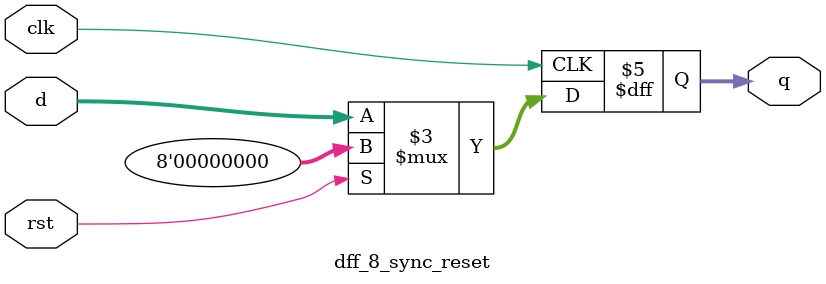
<source format=v>
`timescale 1ns/1ps

module dff_8_sync_reset(
    input clk,
    input rst,
    input [7:0] d,
    output reg [7:0] q
);

always @(posedge clk) begin
    if (rst)
        q <= 8'b00000000;
    else
        q <= d;
end

endmodule

</source>
